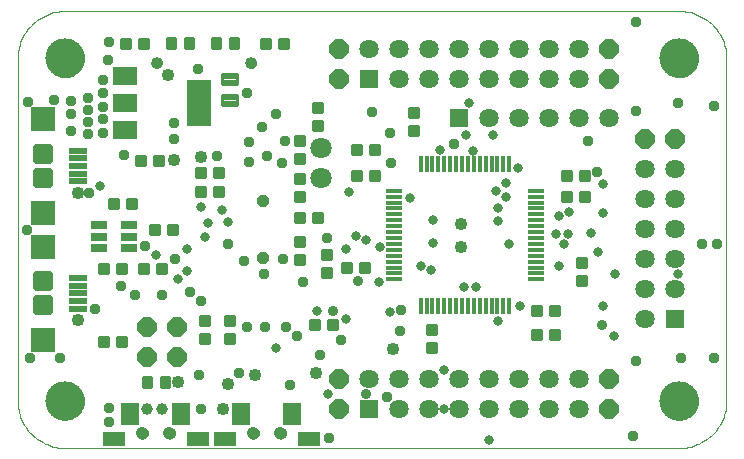
<source format=gts>
G75*
%MOIN*%
%OFA0B0*%
%FSLAX24Y24*%
%IPPOS*%
%LPD*%
%AMOC8*
5,1,8,0,0,1.08239X$1,22.5*
%
%ADD10C,0.0100*%
%ADD11R,0.0837X0.0641*%
%ADD12R,0.0837X0.1546*%
%ADD13C,0.0113*%
%ADD14OC8,0.0650*%
%ADD15R,0.0522X0.0144*%
%ADD16R,0.0144X0.0522*%
%ADD17OC8,0.0390*%
%ADD18R,0.0641X0.0641*%
%ADD19C,0.0641*%
%ADD20C,0.0000*%
%ADD21C,0.1310*%
%ADD22R,0.0570X0.0270*%
%ADD23C,0.0710*%
%ADD24OC8,0.0641*%
%ADD25C,0.0088*%
%ADD26R,0.0648X0.0200*%
%ADD27C,0.0195*%
%ADD28R,0.0798X0.0798*%
%ADD29R,0.0600X0.0750*%
%ADD30R,0.0750X0.0450*%
%ADD31C,0.0424*%
%ADD32C,0.0400*%
%ADD33C,0.0350*%
%ADD34C,0.0387*%
%ADD35C,0.0426*%
%ADD36C,0.0320*%
%ADD37C,0.0370*%
%ADD38C,0.0347*%
%ADD39C,0.0330*%
D10*
X007087Y007116D02*
X007387Y007116D01*
X007387Y006816D01*
X007087Y006816D01*
X007087Y007116D01*
X007087Y006915D02*
X007387Y006915D01*
X007387Y007014D02*
X007087Y007014D01*
X007087Y007113D02*
X007387Y007113D01*
X007687Y007116D02*
X007987Y007116D01*
X007987Y006816D01*
X007687Y006816D01*
X007687Y007116D01*
X007687Y006915D02*
X007987Y006915D01*
X007987Y007014D02*
X007687Y007014D01*
X007687Y007113D02*
X007987Y007113D01*
X010767Y007216D02*
X010767Y006916D01*
X010467Y006916D01*
X010467Y007216D01*
X010767Y007216D01*
X010767Y007015D02*
X010467Y007015D01*
X010467Y007114D02*
X010767Y007114D01*
X010767Y007213D02*
X010467Y007213D01*
X010767Y007516D02*
X010767Y007816D01*
X010767Y007516D02*
X010467Y007516D01*
X010467Y007816D01*
X010767Y007816D01*
X010767Y007615D02*
X010467Y007615D01*
X010467Y007714D02*
X010767Y007714D01*
X010767Y007813D02*
X010467Y007813D01*
X011600Y007816D02*
X011600Y007516D01*
X011300Y007516D01*
X011300Y007816D01*
X011600Y007816D01*
X011600Y007615D02*
X011300Y007615D01*
X011300Y007714D02*
X011600Y007714D01*
X011600Y007813D02*
X011300Y007813D01*
X011600Y007216D02*
X011600Y006916D01*
X011300Y006916D01*
X011300Y007216D01*
X011600Y007216D01*
X011600Y007015D02*
X011300Y007015D01*
X011300Y007114D02*
X011600Y007114D01*
X011600Y007213D02*
X011300Y007213D01*
X014137Y007386D02*
X014437Y007386D01*
X014137Y007386D02*
X014137Y007686D01*
X014437Y007686D01*
X014437Y007386D01*
X014437Y007485D02*
X014137Y007485D01*
X014137Y007584D02*
X014437Y007584D01*
X014437Y007683D02*
X014137Y007683D01*
X014737Y007386D02*
X015037Y007386D01*
X014737Y007386D02*
X014737Y007686D01*
X015037Y007686D01*
X015037Y007386D01*
X015037Y007485D02*
X014737Y007485D01*
X014737Y007584D02*
X015037Y007584D01*
X015037Y007683D02*
X014737Y007683D01*
X014817Y009106D02*
X014817Y009406D01*
X014817Y009106D02*
X014517Y009106D01*
X014517Y009406D01*
X014817Y009406D01*
X014817Y009205D02*
X014517Y009205D01*
X014517Y009304D02*
X014817Y009304D01*
X014817Y009403D02*
X014517Y009403D01*
X014817Y009706D02*
X014817Y010006D01*
X014817Y009706D02*
X014517Y009706D01*
X014517Y010006D01*
X014817Y010006D01*
X014817Y009805D02*
X014517Y009805D01*
X014517Y009904D02*
X014817Y009904D01*
X014817Y010003D02*
X014517Y010003D01*
X013637Y009866D02*
X013637Y009566D01*
X013637Y009866D02*
X013937Y009866D01*
X013937Y009566D01*
X013637Y009566D01*
X013637Y009665D02*
X013937Y009665D01*
X013937Y009764D02*
X013637Y009764D01*
X013637Y009863D02*
X013937Y009863D01*
X013637Y010166D02*
X013637Y010466D01*
X013937Y010466D01*
X013937Y010166D01*
X013637Y010166D01*
X013637Y010265D02*
X013937Y010265D01*
X013937Y010364D02*
X013637Y010364D01*
X013637Y010463D02*
X013937Y010463D01*
X013937Y010966D02*
X013637Y010966D01*
X013637Y011266D01*
X013937Y011266D01*
X013937Y010966D01*
X013937Y011065D02*
X013637Y011065D01*
X013637Y011164D02*
X013937Y011164D01*
X013937Y011263D02*
X013637Y011263D01*
X013937Y011666D02*
X013937Y011966D01*
X013937Y011666D02*
X013637Y011666D01*
X013637Y011966D01*
X013937Y011966D01*
X013937Y011765D02*
X013637Y011765D01*
X013637Y011864D02*
X013937Y011864D01*
X013937Y011963D02*
X013637Y011963D01*
X013937Y012266D02*
X013937Y012566D01*
X013937Y012266D02*
X013637Y012266D01*
X013637Y012566D01*
X013937Y012566D01*
X013937Y012365D02*
X013637Y012365D01*
X013637Y012464D02*
X013937Y012464D01*
X013937Y012563D02*
X013637Y012563D01*
X013937Y012926D02*
X013937Y013226D01*
X013937Y012926D02*
X013637Y012926D01*
X013637Y013226D01*
X013937Y013226D01*
X013937Y013025D02*
X013637Y013025D01*
X013637Y013124D02*
X013937Y013124D01*
X013937Y013223D02*
X013637Y013223D01*
X013937Y013526D02*
X013937Y013826D01*
X013937Y013526D02*
X013637Y013526D01*
X013637Y013826D01*
X013937Y013826D01*
X013937Y013625D02*
X013637Y013625D01*
X013637Y013724D02*
X013937Y013724D01*
X013937Y013823D02*
X013637Y013823D01*
X014537Y014016D02*
X014537Y014316D01*
X014537Y014016D02*
X014237Y014016D01*
X014237Y014316D01*
X014537Y014316D01*
X014537Y014115D02*
X014237Y014115D01*
X014237Y014214D02*
X014537Y014214D01*
X014537Y014313D02*
X014237Y014313D01*
X014537Y014616D02*
X014537Y014916D01*
X014537Y014616D02*
X014237Y014616D01*
X014237Y014916D01*
X014537Y014916D01*
X014537Y014715D02*
X014237Y014715D01*
X014237Y014814D02*
X014537Y014814D01*
X014537Y014913D02*
X014237Y014913D01*
X015537Y013516D02*
X015837Y013516D01*
X015837Y013216D01*
X015537Y013216D01*
X015537Y013516D01*
X015537Y013315D02*
X015837Y013315D01*
X015837Y013414D02*
X015537Y013414D01*
X015537Y013513D02*
X015837Y013513D01*
X016137Y013516D02*
X016437Y013516D01*
X016437Y013216D01*
X016137Y013216D01*
X016137Y013516D01*
X016137Y013315D02*
X016437Y013315D01*
X016437Y013414D02*
X016137Y013414D01*
X016137Y013513D02*
X016437Y013513D01*
X017737Y013866D02*
X017737Y014166D01*
X017737Y013866D02*
X017437Y013866D01*
X017437Y014166D01*
X017737Y014166D01*
X017737Y013965D02*
X017437Y013965D01*
X017437Y014064D02*
X017737Y014064D01*
X017737Y014163D02*
X017437Y014163D01*
X017737Y014466D02*
X017737Y014766D01*
X017737Y014466D02*
X017437Y014466D01*
X017437Y014766D01*
X017737Y014766D01*
X017737Y014565D02*
X017437Y014565D01*
X017437Y014664D02*
X017737Y014664D01*
X017737Y014763D02*
X017437Y014763D01*
X016437Y012666D02*
X016137Y012666D01*
X016437Y012666D02*
X016437Y012366D01*
X016137Y012366D01*
X016137Y012666D01*
X016137Y012465D02*
X016437Y012465D01*
X016437Y012564D02*
X016137Y012564D01*
X016137Y012663D02*
X016437Y012663D01*
X015837Y012666D02*
X015537Y012666D01*
X015837Y012666D02*
X015837Y012366D01*
X015537Y012366D01*
X015537Y012666D01*
X015537Y012465D02*
X015837Y012465D01*
X015837Y012564D02*
X015537Y012564D01*
X015537Y012663D02*
X015837Y012663D01*
X014537Y010966D02*
X014237Y010966D01*
X014237Y011266D01*
X014537Y011266D01*
X014537Y010966D01*
X014537Y011065D02*
X014237Y011065D01*
X014237Y011164D02*
X014537Y011164D01*
X014537Y011263D02*
X014237Y011263D01*
X015207Y009576D02*
X015507Y009576D01*
X015507Y009276D01*
X015207Y009276D01*
X015207Y009576D01*
X015207Y009375D02*
X015507Y009375D01*
X015507Y009474D02*
X015207Y009474D01*
X015207Y009573D02*
X015507Y009573D01*
X015807Y009576D02*
X016107Y009576D01*
X016107Y009276D01*
X015807Y009276D01*
X015807Y009576D01*
X015807Y009375D02*
X016107Y009375D01*
X016107Y009474D02*
X015807Y009474D01*
X015807Y009573D02*
X016107Y009573D01*
X018027Y007526D02*
X018027Y007226D01*
X018027Y007526D02*
X018327Y007526D01*
X018327Y007226D01*
X018027Y007226D01*
X018027Y007325D02*
X018327Y007325D01*
X018327Y007424D02*
X018027Y007424D01*
X018027Y007523D02*
X018327Y007523D01*
X018027Y006926D02*
X018027Y006626D01*
X018027Y006926D02*
X018327Y006926D01*
X018327Y006626D01*
X018027Y006626D01*
X018027Y006725D02*
X018327Y006725D01*
X018327Y006824D02*
X018027Y006824D01*
X018027Y006923D02*
X018327Y006923D01*
X021537Y007366D02*
X021837Y007366D01*
X021837Y007066D01*
X021537Y007066D01*
X021537Y007366D01*
X021537Y007165D02*
X021837Y007165D01*
X021837Y007264D02*
X021537Y007264D01*
X021537Y007363D02*
X021837Y007363D01*
X022137Y007366D02*
X022437Y007366D01*
X022437Y007066D01*
X022137Y007066D01*
X022137Y007366D01*
X022137Y007165D02*
X022437Y007165D01*
X022437Y007264D02*
X022137Y007264D01*
X022137Y007363D02*
X022437Y007363D01*
X022437Y008166D02*
X022137Y008166D01*
X022437Y008166D02*
X022437Y007866D01*
X022137Y007866D01*
X022137Y008166D01*
X022137Y007965D02*
X022437Y007965D01*
X022437Y008064D02*
X022137Y008064D01*
X022137Y008163D02*
X022437Y008163D01*
X021837Y008166D02*
X021537Y008166D01*
X021837Y008166D02*
X021837Y007866D01*
X021537Y007866D01*
X021537Y008166D01*
X021537Y007965D02*
X021837Y007965D01*
X021837Y008064D02*
X021537Y008064D01*
X021537Y008163D02*
X021837Y008163D01*
X023337Y008866D02*
X023337Y009166D01*
X023337Y008866D02*
X023037Y008866D01*
X023037Y009166D01*
X023337Y009166D01*
X023337Y008965D02*
X023037Y008965D01*
X023037Y009064D02*
X023337Y009064D01*
X023337Y009163D02*
X023037Y009163D01*
X023337Y009466D02*
X023337Y009766D01*
X023337Y009466D02*
X023037Y009466D01*
X023037Y009766D01*
X023337Y009766D01*
X023337Y009565D02*
X023037Y009565D01*
X023037Y009664D02*
X023337Y009664D01*
X023337Y009763D02*
X023037Y009763D01*
X023137Y011666D02*
X023437Y011666D01*
X023137Y011666D02*
X023137Y011966D01*
X023437Y011966D01*
X023437Y011666D01*
X023437Y011765D02*
X023137Y011765D01*
X023137Y011864D02*
X023437Y011864D01*
X023437Y011963D02*
X023137Y011963D01*
X022837Y011666D02*
X022537Y011666D01*
X022537Y011966D01*
X022837Y011966D01*
X022837Y011666D01*
X022837Y011765D02*
X022537Y011765D01*
X022537Y011864D02*
X022837Y011864D01*
X022837Y011963D02*
X022537Y011963D01*
X022537Y012366D02*
X022837Y012366D01*
X022537Y012366D02*
X022537Y012666D01*
X022837Y012666D01*
X022837Y012366D01*
X022837Y012465D02*
X022537Y012465D01*
X022537Y012564D02*
X022837Y012564D01*
X022837Y012663D02*
X022537Y012663D01*
X023137Y012366D02*
X023437Y012366D01*
X023137Y012366D02*
X023137Y012666D01*
X023437Y012666D01*
X023437Y012366D01*
X023437Y012465D02*
X023137Y012465D01*
X023137Y012564D02*
X023437Y012564D01*
X023437Y012663D02*
X023137Y012663D01*
X013387Y016766D02*
X013087Y016766D01*
X013087Y017066D01*
X013387Y017066D01*
X013387Y016766D01*
X013387Y016865D02*
X013087Y016865D01*
X013087Y016964D02*
X013387Y016964D01*
X013387Y017063D02*
X013087Y017063D01*
X012787Y016766D02*
X012487Y016766D01*
X012487Y017066D01*
X012787Y017066D01*
X012787Y016766D01*
X012787Y016865D02*
X012487Y016865D01*
X012487Y016964D02*
X012787Y016964D01*
X012787Y017063D02*
X012487Y017063D01*
X008737Y016766D02*
X008437Y016766D01*
X008437Y017066D01*
X008737Y017066D01*
X008737Y016766D01*
X008737Y016865D02*
X008437Y016865D01*
X008437Y016964D02*
X008737Y016964D01*
X008737Y017063D02*
X008437Y017063D01*
X008137Y016766D02*
X007837Y016766D01*
X007837Y017066D01*
X008137Y017066D01*
X008137Y016766D01*
X008137Y016865D02*
X007837Y016865D01*
X007837Y016964D02*
X008137Y016964D01*
X008137Y017063D02*
X007837Y017063D01*
X008337Y012866D02*
X008637Y012866D01*
X008337Y012866D02*
X008337Y013166D01*
X008637Y013166D01*
X008637Y012866D01*
X008637Y012965D02*
X008337Y012965D01*
X008337Y013064D02*
X008637Y013064D01*
X008637Y013163D02*
X008337Y013163D01*
X008937Y012866D02*
X009237Y012866D01*
X008937Y012866D02*
X008937Y013166D01*
X009237Y013166D01*
X009237Y012866D01*
X009237Y012965D02*
X008937Y012965D01*
X008937Y013064D02*
X009237Y013064D01*
X009237Y013163D02*
X008937Y013163D01*
X010337Y012766D02*
X010637Y012766D01*
X010637Y012466D01*
X010337Y012466D01*
X010337Y012766D01*
X010337Y012565D02*
X010637Y012565D01*
X010637Y012664D02*
X010337Y012664D01*
X010337Y012763D02*
X010637Y012763D01*
X010937Y012766D02*
X011237Y012766D01*
X011237Y012466D01*
X010937Y012466D01*
X010937Y012766D01*
X010937Y012565D02*
X011237Y012565D01*
X011237Y012664D02*
X010937Y012664D01*
X010937Y012763D02*
X011237Y012763D01*
X011237Y011816D02*
X010937Y011816D01*
X010937Y012116D01*
X011237Y012116D01*
X011237Y011816D01*
X011237Y011915D02*
X010937Y011915D01*
X010937Y012014D02*
X011237Y012014D01*
X011237Y012113D02*
X010937Y012113D01*
X010637Y011816D02*
X010337Y011816D01*
X010337Y012116D01*
X010637Y012116D01*
X010637Y011816D01*
X010637Y011915D02*
X010337Y011915D01*
X010337Y012014D02*
X010637Y012014D01*
X010637Y012113D02*
X010337Y012113D01*
X009687Y010566D02*
X009387Y010566D01*
X009387Y010866D01*
X009687Y010866D01*
X009687Y010566D01*
X009687Y010665D02*
X009387Y010665D01*
X009387Y010764D02*
X009687Y010764D01*
X009687Y010863D02*
X009387Y010863D01*
X009087Y010566D02*
X008787Y010566D01*
X008787Y010866D01*
X009087Y010866D01*
X009087Y010566D01*
X009087Y010665D02*
X008787Y010665D01*
X008787Y010764D02*
X009087Y010764D01*
X009087Y010863D02*
X008787Y010863D01*
X008337Y011416D02*
X008037Y011416D01*
X008037Y011716D01*
X008337Y011716D01*
X008337Y011416D01*
X008337Y011515D02*
X008037Y011515D01*
X008037Y011614D02*
X008337Y011614D01*
X008337Y011713D02*
X008037Y011713D01*
X007737Y011416D02*
X007437Y011416D01*
X007437Y011716D01*
X007737Y011716D01*
X007737Y011416D01*
X007737Y011515D02*
X007437Y011515D01*
X007437Y011614D02*
X007737Y011614D01*
X007737Y011713D02*
X007437Y011713D01*
X007387Y009266D02*
X007087Y009266D01*
X007087Y009566D01*
X007387Y009566D01*
X007387Y009266D01*
X007387Y009365D02*
X007087Y009365D01*
X007087Y009464D02*
X007387Y009464D01*
X007387Y009563D02*
X007087Y009563D01*
X007687Y009266D02*
X007987Y009266D01*
X007687Y009266D02*
X007687Y009566D01*
X007987Y009566D01*
X007987Y009266D01*
X007987Y009365D02*
X007687Y009365D01*
X007687Y009464D02*
X007987Y009464D01*
X007987Y009563D02*
X007687Y009563D01*
X008437Y009266D02*
X008737Y009266D01*
X008437Y009266D02*
X008437Y009566D01*
X008737Y009566D01*
X008737Y009266D01*
X008737Y009365D02*
X008437Y009365D01*
X008437Y009464D02*
X008737Y009464D01*
X008737Y009563D02*
X008437Y009563D01*
X009037Y009266D02*
X009337Y009266D01*
X009037Y009266D02*
X009037Y009566D01*
X009337Y009566D01*
X009337Y009266D01*
X009337Y009365D02*
X009037Y009365D01*
X009037Y009464D02*
X009337Y009464D01*
X009337Y009563D02*
X009037Y009563D01*
D11*
X007946Y014010D03*
X007946Y014916D03*
X007946Y015821D03*
D12*
X010427Y014916D03*
D13*
X011193Y014847D02*
X011193Y015185D01*
X011681Y015185D01*
X011681Y014847D01*
X011193Y014847D01*
X011193Y014959D02*
X011681Y014959D01*
X011681Y015071D02*
X011193Y015071D01*
X011193Y015183D02*
X011681Y015183D01*
X011193Y015547D02*
X011193Y015885D01*
X011681Y015885D01*
X011681Y015547D01*
X011193Y015547D01*
X011193Y015659D02*
X011681Y015659D01*
X011681Y015771D02*
X011193Y015771D01*
X011193Y015883D02*
X011681Y015883D01*
D14*
X015087Y015716D03*
X015087Y016716D03*
X024087Y016716D03*
X024087Y015716D03*
X025287Y013716D03*
X026287Y013716D03*
X024087Y005716D03*
X024088Y004718D03*
X015087Y004716D03*
X015087Y005716D03*
D15*
X016932Y009039D03*
X016932Y009236D03*
X016932Y009433D03*
X016932Y009630D03*
X016932Y009827D03*
X016932Y010023D03*
X016932Y010220D03*
X016932Y010417D03*
X016932Y010614D03*
X016932Y010811D03*
X016932Y011008D03*
X016932Y011205D03*
X016932Y011401D03*
X016932Y011598D03*
X016932Y011795D03*
X016932Y011992D03*
X021656Y011992D03*
X021656Y011795D03*
X021656Y011598D03*
X021656Y011401D03*
X021656Y011205D03*
X021656Y011008D03*
X021656Y010811D03*
X021656Y010614D03*
X021656Y010417D03*
X021656Y010220D03*
X021656Y010023D03*
X021656Y009827D03*
X021656Y009630D03*
X021656Y009433D03*
X021656Y009236D03*
X021656Y009039D03*
D16*
X020770Y008153D03*
X020574Y008153D03*
X020377Y008153D03*
X020180Y008153D03*
X019983Y008153D03*
X019786Y008153D03*
X019589Y008153D03*
X019392Y008153D03*
X019196Y008153D03*
X018999Y008153D03*
X018802Y008153D03*
X018605Y008153D03*
X018408Y008153D03*
X018211Y008153D03*
X018014Y008153D03*
X017818Y008153D03*
X017818Y012878D03*
X018014Y012878D03*
X018211Y012878D03*
X018408Y012878D03*
X018605Y012878D03*
X018802Y012878D03*
X018999Y012878D03*
X019196Y012878D03*
X019392Y012878D03*
X019589Y012878D03*
X019786Y012878D03*
X019983Y012878D03*
X020180Y012878D03*
X020377Y012878D03*
X020574Y012878D03*
X020770Y012878D03*
D17*
X012556Y011660D03*
X012556Y009738D03*
D18*
X019087Y014416D03*
X016087Y015716D03*
X026287Y007716D03*
X016087Y004716D03*
D19*
X017087Y004716D03*
X018087Y004716D03*
X019087Y004716D03*
X020087Y004716D03*
X021087Y004716D03*
X022087Y004716D03*
X023087Y004716D03*
X023087Y005716D03*
X022087Y005716D03*
X021087Y005716D03*
X020087Y005716D03*
X019087Y005716D03*
X018087Y005716D03*
X017087Y005716D03*
X016087Y005716D03*
X025287Y007716D03*
X025287Y008716D03*
X026287Y008716D03*
X026287Y009716D03*
X025287Y009716D03*
X025287Y010716D03*
X026287Y010716D03*
X026287Y011716D03*
X025287Y011716D03*
X025287Y012716D03*
X026287Y012716D03*
X024087Y014416D03*
X023087Y014416D03*
X022087Y014416D03*
X021087Y014416D03*
X020087Y014416D03*
X020087Y015716D03*
X021087Y015716D03*
X022087Y015716D03*
X023087Y015716D03*
X023087Y016716D03*
X022087Y016716D03*
X021087Y016716D03*
X020087Y016716D03*
X019087Y016716D03*
X018087Y016716D03*
X017087Y016716D03*
X016087Y016716D03*
X017087Y015716D03*
X018087Y015716D03*
X019087Y015716D03*
D20*
X026434Y003416D02*
X005961Y003416D01*
X005331Y004990D02*
X005333Y005040D01*
X005339Y005090D01*
X005349Y005139D01*
X005363Y005187D01*
X005380Y005234D01*
X005401Y005279D01*
X005426Y005323D01*
X005454Y005364D01*
X005486Y005403D01*
X005520Y005440D01*
X005557Y005474D01*
X005597Y005504D01*
X005639Y005531D01*
X005683Y005555D01*
X005729Y005576D01*
X005776Y005592D01*
X005824Y005605D01*
X005874Y005614D01*
X005923Y005619D01*
X005974Y005620D01*
X006024Y005617D01*
X006073Y005610D01*
X006122Y005599D01*
X006170Y005584D01*
X006216Y005566D01*
X006261Y005544D01*
X006304Y005518D01*
X006345Y005489D01*
X006384Y005457D01*
X006420Y005422D01*
X006452Y005384D01*
X006482Y005344D01*
X006509Y005301D01*
X006532Y005257D01*
X006551Y005211D01*
X006567Y005163D01*
X006579Y005114D01*
X006587Y005065D01*
X006591Y005015D01*
X006591Y004965D01*
X006587Y004915D01*
X006579Y004866D01*
X006567Y004817D01*
X006551Y004769D01*
X006532Y004723D01*
X006509Y004679D01*
X006482Y004636D01*
X006452Y004596D01*
X006420Y004558D01*
X006384Y004523D01*
X006345Y004491D01*
X006304Y004462D01*
X006261Y004436D01*
X006216Y004414D01*
X006170Y004396D01*
X006122Y004381D01*
X006073Y004370D01*
X006024Y004363D01*
X005974Y004360D01*
X005923Y004361D01*
X005874Y004366D01*
X005824Y004375D01*
X005776Y004388D01*
X005729Y004404D01*
X005683Y004425D01*
X005639Y004449D01*
X005597Y004476D01*
X005557Y004506D01*
X005520Y004540D01*
X005486Y004577D01*
X005454Y004616D01*
X005426Y004657D01*
X005401Y004701D01*
X005380Y004746D01*
X005363Y004793D01*
X005349Y004841D01*
X005339Y004890D01*
X005333Y004940D01*
X005331Y004990D01*
X004386Y004990D02*
X004388Y004913D01*
X004394Y004836D01*
X004403Y004759D01*
X004416Y004683D01*
X004433Y004607D01*
X004454Y004533D01*
X004478Y004459D01*
X004506Y004387D01*
X004537Y004317D01*
X004572Y004248D01*
X004610Y004180D01*
X004651Y004115D01*
X004696Y004052D01*
X004744Y003991D01*
X004794Y003932D01*
X004847Y003876D01*
X004903Y003823D01*
X004962Y003773D01*
X005023Y003725D01*
X005086Y003680D01*
X005151Y003639D01*
X005219Y003601D01*
X005288Y003566D01*
X005358Y003535D01*
X005430Y003507D01*
X005504Y003483D01*
X005578Y003462D01*
X005654Y003445D01*
X005730Y003432D01*
X005807Y003423D01*
X005884Y003417D01*
X005961Y003415D01*
X005884Y003417D01*
X005807Y003423D01*
X005730Y003432D01*
X005654Y003445D01*
X005578Y003462D01*
X005504Y003483D01*
X005430Y003507D01*
X005358Y003535D01*
X005288Y003566D01*
X005219Y003601D01*
X005151Y003639D01*
X005086Y003680D01*
X005023Y003725D01*
X004962Y003773D01*
X004903Y003823D01*
X004847Y003876D01*
X004794Y003932D01*
X004744Y003991D01*
X004696Y004052D01*
X004651Y004115D01*
X004610Y004180D01*
X004572Y004248D01*
X004537Y004317D01*
X004506Y004387D01*
X004478Y004459D01*
X004454Y004533D01*
X004433Y004607D01*
X004416Y004683D01*
X004403Y004759D01*
X004394Y004836D01*
X004388Y004913D01*
X004386Y004990D01*
X004387Y004990D02*
X004387Y016408D01*
X005331Y016408D02*
X005333Y016458D01*
X005339Y016508D01*
X005349Y016557D01*
X005363Y016605D01*
X005380Y016652D01*
X005401Y016697D01*
X005426Y016741D01*
X005454Y016782D01*
X005486Y016821D01*
X005520Y016858D01*
X005557Y016892D01*
X005597Y016922D01*
X005639Y016949D01*
X005683Y016973D01*
X005729Y016994D01*
X005776Y017010D01*
X005824Y017023D01*
X005874Y017032D01*
X005923Y017037D01*
X005974Y017038D01*
X006024Y017035D01*
X006073Y017028D01*
X006122Y017017D01*
X006170Y017002D01*
X006216Y016984D01*
X006261Y016962D01*
X006304Y016936D01*
X006345Y016907D01*
X006384Y016875D01*
X006420Y016840D01*
X006452Y016802D01*
X006482Y016762D01*
X006509Y016719D01*
X006532Y016675D01*
X006551Y016629D01*
X006567Y016581D01*
X006579Y016532D01*
X006587Y016483D01*
X006591Y016433D01*
X006591Y016383D01*
X006587Y016333D01*
X006579Y016284D01*
X006567Y016235D01*
X006551Y016187D01*
X006532Y016141D01*
X006509Y016097D01*
X006482Y016054D01*
X006452Y016014D01*
X006420Y015976D01*
X006384Y015941D01*
X006345Y015909D01*
X006304Y015880D01*
X006261Y015854D01*
X006216Y015832D01*
X006170Y015814D01*
X006122Y015799D01*
X006073Y015788D01*
X006024Y015781D01*
X005974Y015778D01*
X005923Y015779D01*
X005874Y015784D01*
X005824Y015793D01*
X005776Y015806D01*
X005729Y015822D01*
X005683Y015843D01*
X005639Y015867D01*
X005597Y015894D01*
X005557Y015924D01*
X005520Y015958D01*
X005486Y015995D01*
X005454Y016034D01*
X005426Y016075D01*
X005401Y016119D01*
X005380Y016164D01*
X005363Y016211D01*
X005349Y016259D01*
X005339Y016308D01*
X005333Y016358D01*
X005331Y016408D01*
X004386Y016408D02*
X004388Y016485D01*
X004394Y016562D01*
X004403Y016639D01*
X004416Y016715D01*
X004433Y016791D01*
X004454Y016865D01*
X004478Y016939D01*
X004506Y017011D01*
X004537Y017081D01*
X004572Y017150D01*
X004610Y017218D01*
X004651Y017283D01*
X004696Y017346D01*
X004744Y017407D01*
X004794Y017466D01*
X004847Y017522D01*
X004903Y017575D01*
X004962Y017625D01*
X005023Y017673D01*
X005086Y017718D01*
X005151Y017759D01*
X005219Y017797D01*
X005288Y017832D01*
X005358Y017863D01*
X005430Y017891D01*
X005504Y017915D01*
X005578Y017936D01*
X005654Y017953D01*
X005730Y017966D01*
X005807Y017975D01*
X005884Y017981D01*
X005961Y017983D01*
X026434Y017983D01*
X025804Y016408D02*
X025806Y016458D01*
X025812Y016508D01*
X025822Y016557D01*
X025836Y016605D01*
X025853Y016652D01*
X025874Y016697D01*
X025899Y016741D01*
X025927Y016782D01*
X025959Y016821D01*
X025993Y016858D01*
X026030Y016892D01*
X026070Y016922D01*
X026112Y016949D01*
X026156Y016973D01*
X026202Y016994D01*
X026249Y017010D01*
X026297Y017023D01*
X026347Y017032D01*
X026396Y017037D01*
X026447Y017038D01*
X026497Y017035D01*
X026546Y017028D01*
X026595Y017017D01*
X026643Y017002D01*
X026689Y016984D01*
X026734Y016962D01*
X026777Y016936D01*
X026818Y016907D01*
X026857Y016875D01*
X026893Y016840D01*
X026925Y016802D01*
X026955Y016762D01*
X026982Y016719D01*
X027005Y016675D01*
X027024Y016629D01*
X027040Y016581D01*
X027052Y016532D01*
X027060Y016483D01*
X027064Y016433D01*
X027064Y016383D01*
X027060Y016333D01*
X027052Y016284D01*
X027040Y016235D01*
X027024Y016187D01*
X027005Y016141D01*
X026982Y016097D01*
X026955Y016054D01*
X026925Y016014D01*
X026893Y015976D01*
X026857Y015941D01*
X026818Y015909D01*
X026777Y015880D01*
X026734Y015854D01*
X026689Y015832D01*
X026643Y015814D01*
X026595Y015799D01*
X026546Y015788D01*
X026497Y015781D01*
X026447Y015778D01*
X026396Y015779D01*
X026347Y015784D01*
X026297Y015793D01*
X026249Y015806D01*
X026202Y015822D01*
X026156Y015843D01*
X026112Y015867D01*
X026070Y015894D01*
X026030Y015924D01*
X025993Y015958D01*
X025959Y015995D01*
X025927Y016034D01*
X025899Y016075D01*
X025874Y016119D01*
X025853Y016164D01*
X025836Y016211D01*
X025822Y016259D01*
X025812Y016308D01*
X025806Y016358D01*
X025804Y016408D01*
X026434Y017983D02*
X026511Y017981D01*
X026588Y017975D01*
X026665Y017966D01*
X026741Y017953D01*
X026817Y017936D01*
X026891Y017915D01*
X026965Y017891D01*
X027037Y017863D01*
X027107Y017832D01*
X027176Y017797D01*
X027244Y017759D01*
X027309Y017718D01*
X027372Y017673D01*
X027433Y017625D01*
X027492Y017575D01*
X027548Y017522D01*
X027601Y017466D01*
X027651Y017407D01*
X027699Y017346D01*
X027744Y017283D01*
X027785Y017218D01*
X027823Y017150D01*
X027858Y017081D01*
X027889Y017011D01*
X027917Y016939D01*
X027941Y016865D01*
X027962Y016791D01*
X027979Y016715D01*
X027992Y016639D01*
X028001Y016562D01*
X028007Y016485D01*
X028009Y016408D01*
X028009Y004990D01*
X025804Y004990D02*
X025806Y005040D01*
X025812Y005090D01*
X025822Y005139D01*
X025836Y005187D01*
X025853Y005234D01*
X025874Y005279D01*
X025899Y005323D01*
X025927Y005364D01*
X025959Y005403D01*
X025993Y005440D01*
X026030Y005474D01*
X026070Y005504D01*
X026112Y005531D01*
X026156Y005555D01*
X026202Y005576D01*
X026249Y005592D01*
X026297Y005605D01*
X026347Y005614D01*
X026396Y005619D01*
X026447Y005620D01*
X026497Y005617D01*
X026546Y005610D01*
X026595Y005599D01*
X026643Y005584D01*
X026689Y005566D01*
X026734Y005544D01*
X026777Y005518D01*
X026818Y005489D01*
X026857Y005457D01*
X026893Y005422D01*
X026925Y005384D01*
X026955Y005344D01*
X026982Y005301D01*
X027005Y005257D01*
X027024Y005211D01*
X027040Y005163D01*
X027052Y005114D01*
X027060Y005065D01*
X027064Y005015D01*
X027064Y004965D01*
X027060Y004915D01*
X027052Y004866D01*
X027040Y004817D01*
X027024Y004769D01*
X027005Y004723D01*
X026982Y004679D01*
X026955Y004636D01*
X026925Y004596D01*
X026893Y004558D01*
X026857Y004523D01*
X026818Y004491D01*
X026777Y004462D01*
X026734Y004436D01*
X026689Y004414D01*
X026643Y004396D01*
X026595Y004381D01*
X026546Y004370D01*
X026497Y004363D01*
X026447Y004360D01*
X026396Y004361D01*
X026347Y004366D01*
X026297Y004375D01*
X026249Y004388D01*
X026202Y004404D01*
X026156Y004425D01*
X026112Y004449D01*
X026070Y004476D01*
X026030Y004506D01*
X025993Y004540D01*
X025959Y004577D01*
X025927Y004616D01*
X025899Y004657D01*
X025874Y004701D01*
X025853Y004746D01*
X025836Y004793D01*
X025822Y004841D01*
X025812Y004890D01*
X025806Y004940D01*
X025804Y004990D01*
X026434Y003415D02*
X026511Y003417D01*
X026588Y003423D01*
X026665Y003432D01*
X026741Y003445D01*
X026817Y003462D01*
X026891Y003483D01*
X026965Y003507D01*
X027037Y003535D01*
X027107Y003566D01*
X027176Y003601D01*
X027244Y003639D01*
X027309Y003680D01*
X027372Y003725D01*
X027433Y003773D01*
X027492Y003823D01*
X027548Y003876D01*
X027601Y003932D01*
X027651Y003991D01*
X027699Y004052D01*
X027744Y004115D01*
X027785Y004180D01*
X027823Y004248D01*
X027858Y004317D01*
X027889Y004387D01*
X027917Y004459D01*
X027941Y004533D01*
X027962Y004607D01*
X027979Y004683D01*
X027992Y004759D01*
X028001Y004836D01*
X028007Y004913D01*
X028009Y004990D01*
X028007Y004913D01*
X028001Y004836D01*
X027992Y004759D01*
X027979Y004683D01*
X027962Y004607D01*
X027941Y004533D01*
X027917Y004459D01*
X027889Y004387D01*
X027858Y004317D01*
X027823Y004248D01*
X027785Y004180D01*
X027744Y004115D01*
X027699Y004052D01*
X027651Y003991D01*
X027601Y003932D01*
X027548Y003876D01*
X027492Y003823D01*
X027433Y003773D01*
X027372Y003725D01*
X027309Y003680D01*
X027244Y003639D01*
X027176Y003601D01*
X027107Y003566D01*
X027037Y003535D01*
X026965Y003507D01*
X026891Y003483D01*
X026817Y003462D01*
X026741Y003445D01*
X026665Y003432D01*
X026588Y003423D01*
X026511Y003417D01*
X026434Y003415D01*
X012952Y003916D02*
X012954Y003943D01*
X012960Y003969D01*
X012969Y003994D01*
X012982Y004017D01*
X012998Y004038D01*
X013017Y004057D01*
X013038Y004073D01*
X013061Y004086D01*
X013086Y004095D01*
X013112Y004101D01*
X013139Y004103D01*
X013166Y004101D01*
X013192Y004095D01*
X013217Y004086D01*
X013240Y004073D01*
X013261Y004057D01*
X013280Y004038D01*
X013296Y004017D01*
X013309Y003994D01*
X013318Y003969D01*
X013324Y003943D01*
X013326Y003916D01*
X013324Y003889D01*
X013318Y003863D01*
X013309Y003838D01*
X013296Y003815D01*
X013280Y003794D01*
X013261Y003775D01*
X013240Y003759D01*
X013217Y003746D01*
X013192Y003737D01*
X013166Y003731D01*
X013139Y003729D01*
X013112Y003731D01*
X013086Y003737D01*
X013061Y003746D01*
X013038Y003759D01*
X013017Y003775D01*
X012998Y003794D01*
X012982Y003815D01*
X012969Y003838D01*
X012960Y003863D01*
X012954Y003889D01*
X012952Y003916D01*
X012047Y003916D02*
X012049Y003943D01*
X012055Y003969D01*
X012064Y003994D01*
X012077Y004017D01*
X012093Y004038D01*
X012112Y004057D01*
X012133Y004073D01*
X012156Y004086D01*
X012181Y004095D01*
X012207Y004101D01*
X012234Y004103D01*
X012261Y004101D01*
X012287Y004095D01*
X012312Y004086D01*
X012335Y004073D01*
X012356Y004057D01*
X012375Y004038D01*
X012391Y004017D01*
X012404Y003994D01*
X012413Y003969D01*
X012419Y003943D01*
X012421Y003916D01*
X012419Y003889D01*
X012413Y003863D01*
X012404Y003838D01*
X012391Y003815D01*
X012375Y003794D01*
X012356Y003775D01*
X012335Y003759D01*
X012312Y003746D01*
X012287Y003737D01*
X012261Y003731D01*
X012234Y003729D01*
X012207Y003731D01*
X012181Y003737D01*
X012156Y003746D01*
X012133Y003759D01*
X012112Y003775D01*
X012093Y003794D01*
X012077Y003815D01*
X012064Y003838D01*
X012055Y003863D01*
X012049Y003889D01*
X012047Y003916D01*
X009252Y003916D02*
X009254Y003943D01*
X009260Y003969D01*
X009269Y003994D01*
X009282Y004017D01*
X009298Y004038D01*
X009317Y004057D01*
X009338Y004073D01*
X009361Y004086D01*
X009386Y004095D01*
X009412Y004101D01*
X009439Y004103D01*
X009466Y004101D01*
X009492Y004095D01*
X009517Y004086D01*
X009540Y004073D01*
X009561Y004057D01*
X009580Y004038D01*
X009596Y004017D01*
X009609Y003994D01*
X009618Y003969D01*
X009624Y003943D01*
X009626Y003916D01*
X009624Y003889D01*
X009618Y003863D01*
X009609Y003838D01*
X009596Y003815D01*
X009580Y003794D01*
X009561Y003775D01*
X009540Y003759D01*
X009517Y003746D01*
X009492Y003737D01*
X009466Y003731D01*
X009439Y003729D01*
X009412Y003731D01*
X009386Y003737D01*
X009361Y003746D01*
X009338Y003759D01*
X009317Y003775D01*
X009298Y003794D01*
X009282Y003815D01*
X009269Y003838D01*
X009260Y003863D01*
X009254Y003889D01*
X009252Y003916D01*
X008347Y003916D02*
X008349Y003943D01*
X008355Y003969D01*
X008364Y003994D01*
X008377Y004017D01*
X008393Y004038D01*
X008412Y004057D01*
X008433Y004073D01*
X008456Y004086D01*
X008481Y004095D01*
X008507Y004101D01*
X008534Y004103D01*
X008561Y004101D01*
X008587Y004095D01*
X008612Y004086D01*
X008635Y004073D01*
X008656Y004057D01*
X008675Y004038D01*
X008691Y004017D01*
X008704Y003994D01*
X008713Y003969D01*
X008719Y003943D01*
X008721Y003916D01*
X008719Y003889D01*
X008713Y003863D01*
X008704Y003838D01*
X008691Y003815D01*
X008675Y003794D01*
X008656Y003775D01*
X008635Y003759D01*
X008612Y003746D01*
X008587Y003737D01*
X008561Y003731D01*
X008534Y003729D01*
X008507Y003731D01*
X008481Y003737D01*
X008456Y003746D01*
X008433Y003759D01*
X008412Y003775D01*
X008393Y003794D01*
X008377Y003815D01*
X008364Y003838D01*
X008355Y003863D01*
X008349Y003889D01*
X008347Y003916D01*
X008838Y016253D02*
X008840Y016279D01*
X008846Y016305D01*
X008855Y016329D01*
X008868Y016352D01*
X008885Y016372D01*
X008904Y016390D01*
X008926Y016405D01*
X008949Y016416D01*
X008974Y016424D01*
X009000Y016428D01*
X009026Y016428D01*
X009052Y016424D01*
X009077Y016416D01*
X009101Y016405D01*
X009122Y016390D01*
X009141Y016372D01*
X009158Y016352D01*
X009171Y016329D01*
X009180Y016305D01*
X009186Y016279D01*
X009188Y016253D01*
X009186Y016227D01*
X009180Y016201D01*
X009171Y016177D01*
X009158Y016154D01*
X009141Y016134D01*
X009122Y016116D01*
X009100Y016101D01*
X009077Y016090D01*
X009052Y016082D01*
X009026Y016078D01*
X009000Y016078D01*
X008974Y016082D01*
X008949Y016090D01*
X008925Y016101D01*
X008904Y016116D01*
X008885Y016134D01*
X008868Y016154D01*
X008855Y016177D01*
X008846Y016201D01*
X008840Y016227D01*
X008838Y016253D01*
X005961Y017983D02*
X005884Y017981D01*
X005807Y017975D01*
X005730Y017966D01*
X005654Y017953D01*
X005578Y017936D01*
X005504Y017915D01*
X005430Y017891D01*
X005358Y017863D01*
X005288Y017832D01*
X005219Y017797D01*
X005151Y017759D01*
X005086Y017718D01*
X005023Y017673D01*
X004962Y017625D01*
X004903Y017575D01*
X004847Y017522D01*
X004794Y017466D01*
X004744Y017407D01*
X004696Y017346D01*
X004651Y017283D01*
X004610Y017218D01*
X004572Y017150D01*
X004537Y017081D01*
X004506Y017011D01*
X004478Y016939D01*
X004454Y016865D01*
X004433Y016791D01*
X004416Y016715D01*
X004403Y016639D01*
X004394Y016562D01*
X004388Y016485D01*
X004386Y016408D01*
X011988Y016253D02*
X011990Y016279D01*
X011996Y016305D01*
X012005Y016329D01*
X012018Y016352D01*
X012035Y016372D01*
X012054Y016390D01*
X012076Y016405D01*
X012099Y016416D01*
X012124Y016424D01*
X012150Y016428D01*
X012176Y016428D01*
X012202Y016424D01*
X012227Y016416D01*
X012251Y016405D01*
X012272Y016390D01*
X012291Y016372D01*
X012308Y016352D01*
X012321Y016329D01*
X012330Y016305D01*
X012336Y016279D01*
X012338Y016253D01*
X012336Y016227D01*
X012330Y016201D01*
X012321Y016177D01*
X012308Y016154D01*
X012291Y016134D01*
X012272Y016116D01*
X012250Y016101D01*
X012227Y016090D01*
X012202Y016082D01*
X012176Y016078D01*
X012150Y016078D01*
X012124Y016082D01*
X012099Y016090D01*
X012075Y016101D01*
X012054Y016116D01*
X012035Y016134D01*
X012018Y016154D01*
X012005Y016177D01*
X011996Y016201D01*
X011990Y016227D01*
X011988Y016253D01*
X026434Y017983D02*
X026511Y017981D01*
X026588Y017975D01*
X026665Y017966D01*
X026741Y017953D01*
X026817Y017936D01*
X026891Y017915D01*
X026965Y017891D01*
X027037Y017863D01*
X027107Y017832D01*
X027176Y017797D01*
X027244Y017759D01*
X027309Y017718D01*
X027372Y017673D01*
X027433Y017625D01*
X027492Y017575D01*
X027548Y017522D01*
X027601Y017466D01*
X027651Y017407D01*
X027699Y017346D01*
X027744Y017283D01*
X027785Y017218D01*
X027823Y017150D01*
X027858Y017081D01*
X027889Y017011D01*
X027917Y016939D01*
X027941Y016865D01*
X027962Y016791D01*
X027979Y016715D01*
X027992Y016639D01*
X028001Y016562D01*
X028007Y016485D01*
X028009Y016408D01*
D21*
X026434Y016408D03*
X026434Y004990D03*
X005961Y004990D03*
X005961Y016408D03*
D22*
X007087Y010836D03*
X007087Y010466D03*
X007087Y010096D03*
X008087Y010096D03*
X008087Y010466D03*
X008087Y010836D03*
D23*
X014487Y012416D03*
X014487Y013416D03*
D24*
X009687Y007466D03*
X008687Y007466D03*
X008687Y006466D03*
X009687Y006466D03*
D25*
X009418Y005772D02*
X009156Y005772D01*
X009418Y005772D02*
X009418Y005460D01*
X009156Y005460D01*
X009156Y005772D01*
X009156Y005547D02*
X009418Y005547D01*
X009418Y005634D02*
X009156Y005634D01*
X009156Y005721D02*
X009418Y005721D01*
X008818Y005772D02*
X008556Y005772D01*
X008818Y005772D02*
X008818Y005460D01*
X008556Y005460D01*
X008556Y005772D01*
X008556Y005547D02*
X008818Y005547D01*
X008818Y005634D02*
X008556Y005634D01*
X008556Y005721D02*
X008818Y005721D01*
X009356Y016760D02*
X009618Y016760D01*
X009356Y016760D02*
X009356Y017072D01*
X009618Y017072D01*
X009618Y016760D01*
X009618Y016847D02*
X009356Y016847D01*
X009356Y016934D02*
X009618Y016934D01*
X009618Y017021D02*
X009356Y017021D01*
X009956Y016760D02*
X010218Y016760D01*
X009956Y016760D02*
X009956Y017072D01*
X010218Y017072D01*
X010218Y016760D01*
X010218Y016847D02*
X009956Y016847D01*
X009956Y016934D02*
X010218Y016934D01*
X010218Y017021D02*
X009956Y017021D01*
X010856Y016760D02*
X011118Y016760D01*
X010856Y016760D02*
X010856Y017072D01*
X011118Y017072D01*
X011118Y016760D01*
X011118Y016847D02*
X010856Y016847D01*
X010856Y016934D02*
X011118Y016934D01*
X011118Y017021D02*
X010856Y017021D01*
X011456Y016760D02*
X011718Y016760D01*
X011456Y016760D02*
X011456Y017072D01*
X011718Y017072D01*
X011718Y016760D01*
X011718Y016847D02*
X011456Y016847D01*
X011456Y016934D02*
X011718Y016934D01*
X011718Y017021D02*
X011456Y017021D01*
D26*
X006387Y013327D03*
X006387Y013072D03*
X006387Y012816D03*
X006387Y012560D03*
X006387Y012304D03*
X006387Y009087D03*
X006387Y008832D03*
X006387Y008576D03*
X006387Y008320D03*
X006387Y008064D03*
D27*
X005009Y007948D02*
X005009Y008404D01*
X005465Y008404D01*
X005465Y007948D01*
X005009Y007948D01*
X005009Y008142D02*
X005465Y008142D01*
X005465Y008336D02*
X005009Y008336D01*
X005009Y008748D02*
X005009Y009204D01*
X005465Y009204D01*
X005465Y008748D01*
X005009Y008748D01*
X005009Y008942D02*
X005465Y008942D01*
X005465Y009136D02*
X005009Y009136D01*
X005009Y012188D02*
X005009Y012644D01*
X005465Y012644D01*
X005465Y012188D01*
X005009Y012188D01*
X005009Y012382D02*
X005465Y012382D01*
X005465Y012576D02*
X005009Y012576D01*
X005009Y012988D02*
X005009Y013444D01*
X005465Y013444D01*
X005465Y012988D01*
X005009Y012988D01*
X005009Y013182D02*
X005465Y013182D01*
X005465Y013376D02*
X005009Y013376D01*
D28*
X005237Y014371D03*
X005237Y011260D03*
X005237Y010131D03*
X005237Y007020D03*
D29*
X008137Y004566D03*
X009837Y004566D03*
X011837Y004566D03*
X013537Y004566D03*
D30*
X014087Y003716D03*
X011287Y003716D03*
X010387Y003716D03*
X007587Y003716D03*
D31*
X008534Y003916D03*
X009439Y003916D03*
X012234Y003916D03*
X013139Y003916D03*
D32*
X012163Y016253D03*
X009013Y016253D03*
D33*
X015717Y008986D03*
X014898Y007998D03*
X023851Y007524D03*
D34*
X009187Y004716D03*
X008687Y004716D03*
D35*
X009737Y005616D03*
X011387Y005566D03*
X012287Y005866D03*
X011237Y004716D03*
X014337Y005916D03*
X016887Y006716D03*
X019168Y010118D03*
X019168Y010868D03*
X010487Y013116D03*
X009587Y013016D03*
X006387Y011916D03*
X009387Y015866D03*
X006387Y007696D03*
D36*
X008987Y009866D03*
X010037Y010066D03*
X010637Y010466D03*
X010737Y010916D03*
X010487Y011466D03*
X011187Y011366D03*
X011387Y010966D03*
X010037Y009316D03*
X009737Y009066D03*
X014356Y007998D03*
X015337Y007716D03*
X016787Y007966D03*
X016431Y008946D03*
X017815Y009471D03*
X018160Y009363D03*
X019256Y008786D03*
X019661Y008786D03*
X021137Y008166D03*
X020387Y007666D03*
X018587Y006016D03*
X018587Y004716D03*
X020087Y003696D03*
X024257Y007156D03*
X023887Y008166D03*
X024287Y009216D03*
X023737Y009966D03*
X023482Y010569D03*
X022730Y010559D03*
X022328Y010555D03*
X022591Y010211D03*
X022417Y009496D03*
X020755Y010216D03*
X020382Y010974D03*
X020382Y011420D03*
X020646Y011794D03*
X020332Y011991D03*
X020646Y012254D03*
X021064Y012736D03*
X020242Y013866D03*
X019571Y013316D03*
X019337Y013866D03*
X018468Y013361D03*
X019437Y014916D03*
X015437Y011966D03*
X017457Y011737D03*
X018220Y011030D03*
X018219Y010240D03*
X016457Y010117D03*
X015991Y010357D03*
X015666Y010470D03*
X015335Y010066D03*
X022417Y011146D03*
X022757Y011275D03*
X023887Y011266D03*
X023906Y012206D03*
X026387Y009216D03*
X014737Y005216D03*
X007137Y012166D03*
D37*
X006752Y011911D03*
X007922Y013196D03*
X007237Y013926D03*
X006737Y013876D03*
X006737Y014276D03*
X007222Y014376D03*
X006737Y014676D03*
X007222Y014796D03*
X006737Y015096D03*
X007222Y015246D03*
X007237Y015696D03*
X006172Y014996D03*
X006172Y014546D03*
X005587Y015016D03*
X004737Y014966D03*
X006172Y013996D03*
X009587Y014266D03*
X009587Y013716D03*
X011022Y013146D03*
X012087Y012966D03*
X012687Y013166D03*
X013187Y012916D03*
X013287Y013666D03*
X012537Y014116D03*
X012087Y013616D03*
X012987Y014566D03*
X012037Y015266D03*
X010387Y016066D03*
X007387Y016366D03*
X007422Y016946D03*
X016187Y014616D03*
X016787Y013916D03*
X016837Y012916D03*
X018932Y013566D03*
X023382Y013666D03*
X023682Y012616D03*
X024987Y014666D03*
X026387Y014916D03*
X027587Y014816D03*
X024987Y017616D03*
X014687Y010416D03*
X013237Y009716D03*
X012587Y009216D03*
X011937Y009666D03*
X011387Y010216D03*
X009637Y009716D03*
X008637Y010166D03*
X007837Y008816D03*
X008287Y008516D03*
X009187Y008516D03*
X010137Y008616D03*
X010487Y008316D03*
X012037Y007466D03*
X012637Y007466D03*
X013337Y007466D03*
X013687Y007166D03*
X014474Y006503D03*
X015174Y007003D03*
X017124Y007303D03*
X017174Y008003D03*
X013887Y008966D03*
X011774Y005903D03*
X010424Y005853D03*
X010487Y004716D03*
X007437Y004766D03*
X007444Y004283D03*
X005787Y006416D03*
X004787Y006416D03*
X006952Y008051D03*
X004702Y010691D03*
X013474Y005503D03*
X014757Y003736D03*
X016687Y005116D03*
X024887Y003816D03*
X024987Y006316D03*
X026487Y006416D03*
X027587Y006416D03*
X027687Y010216D03*
X027187Y010216D03*
D38*
X015987Y005216D03*
D39*
X012987Y006766D03*
M02*

</source>
